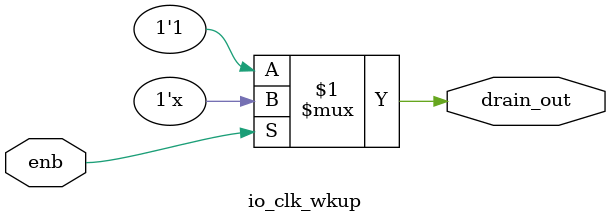
<source format=v>


module io_clk_wkup (
input          enb,           		// 
output         drain_out                //
);

assign drain_out = enb ? 1'bz : 1'b1;

endmodule


</source>
